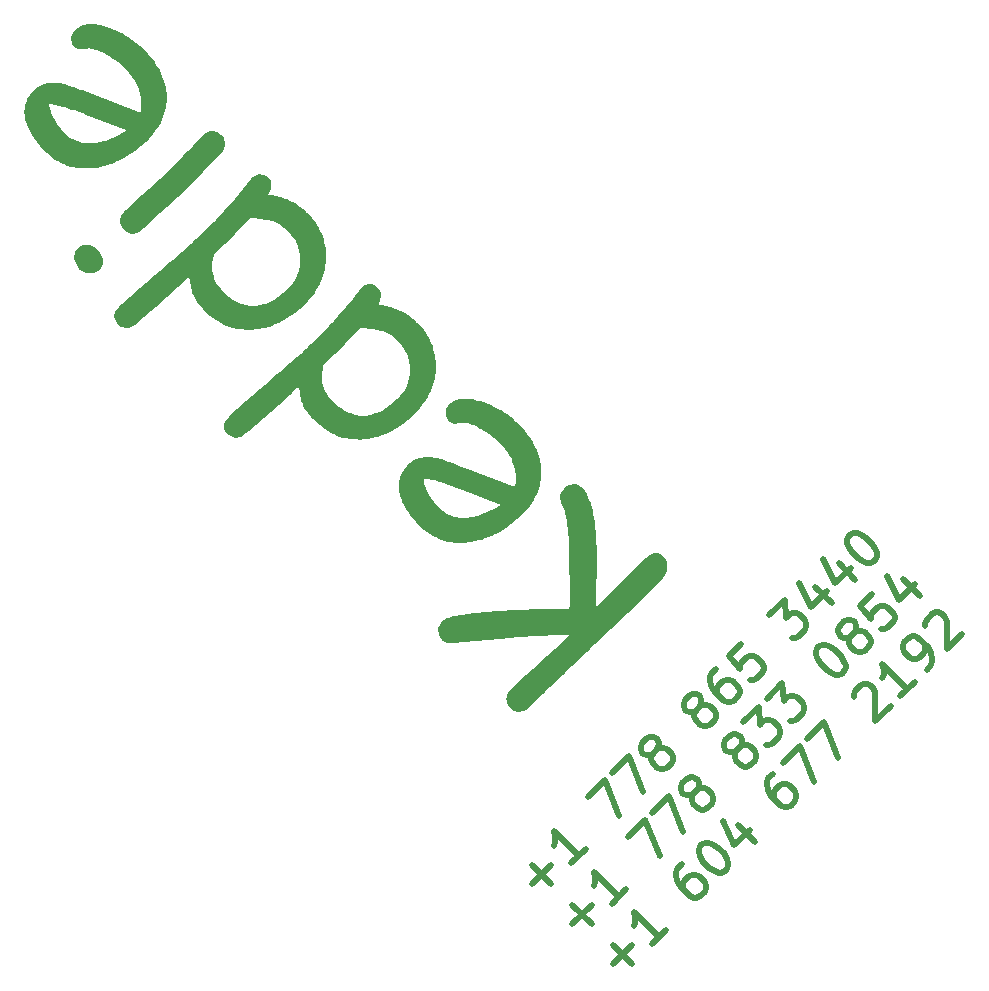
<source format=gto>
G04 #@! TF.GenerationSoftware,KiCad,Pcbnew,7.0.7*
G04 #@! TF.CreationDate,2023-09-12T20:46:13-07:00*
G04 #@! TF.ProjectId,baggage-label,62616767-6167-4652-9d6c-6162656c2e6b,rev?*
G04 #@! TF.SameCoordinates,Original*
G04 #@! TF.FileFunction,Legend,Top*
G04 #@! TF.FilePolarity,Positive*
%FSLAX46Y46*%
G04 Gerber Fmt 4.6, Leading zero omitted, Abs format (unit mm)*
G04 Created by KiCad (PCBNEW 7.0.7) date 2023-09-12 20:46:13*
%MOMM*%
%LPD*%
G01*
G04 APERTURE LIST*
%ADD10C,0.150000*%
%ADD11C,0.500000*%
G04 APERTURE END LIST*
D10*
G36*
X112611908Y-103514127D02*
G01*
X112755427Y-103674096D01*
X112890310Y-103858330D01*
X113016558Y-104066829D01*
X113134170Y-104299593D01*
X113243148Y-104556622D01*
X113343490Y-104837917D01*
X113390423Y-104987664D01*
X113435197Y-105143477D01*
X113477812Y-105305356D01*
X113518268Y-105473302D01*
X113556566Y-105647313D01*
X113592704Y-105827392D01*
X113626684Y-106013536D01*
X113658505Y-106205747D01*
X113688167Y-106404024D01*
X113715671Y-106608367D01*
X113741015Y-106818777D01*
X113764201Y-107035253D01*
X113785228Y-107257795D01*
X113804096Y-107486403D01*
X113820805Y-107721078D01*
X113835356Y-107961819D01*
X113847747Y-108208626D01*
X113857980Y-108461500D01*
X113866054Y-108720440D01*
X113871969Y-108985446D01*
X113819467Y-113685806D01*
X113929999Y-113575275D01*
X118061121Y-109460732D01*
X118206331Y-109327422D01*
X118349744Y-109219711D01*
X118491360Y-109137597D01*
X118677386Y-109067932D01*
X118860217Y-109043775D01*
X119039852Y-109065126D01*
X119216293Y-109131984D01*
X119389538Y-109244351D01*
X119517376Y-109358491D01*
X119641576Y-109501850D01*
X119737845Y-109655598D01*
X119806186Y-109819736D01*
X119846596Y-109994264D01*
X119859077Y-110179180D01*
X119843628Y-110374486D01*
X119829628Y-110455518D01*
X119790135Y-110620789D01*
X119737284Y-110778100D01*
X119671076Y-110927450D01*
X119591510Y-111068839D01*
X119498586Y-111202268D01*
X119392304Y-111327736D01*
X119346052Y-111375694D01*
X119229143Y-111492392D01*
X119108462Y-111612441D01*
X118984009Y-111735842D01*
X118855783Y-111862595D01*
X118723785Y-111992699D01*
X118588014Y-112126155D01*
X118448470Y-112262962D01*
X118305154Y-112403121D01*
X118158065Y-112546631D01*
X118007204Y-112693493D01*
X117852570Y-112843707D01*
X117694164Y-112997272D01*
X117531985Y-113154188D01*
X117366034Y-113314457D01*
X117196310Y-113478076D01*
X117022814Y-113645048D01*
X116845545Y-113815371D01*
X116664503Y-113989045D01*
X116479689Y-114166072D01*
X116291102Y-114346449D01*
X116098743Y-114530178D01*
X115902612Y-114717259D01*
X115702707Y-114907692D01*
X115499031Y-115101476D01*
X115291581Y-115298611D01*
X115080359Y-115499098D01*
X114865365Y-115702937D01*
X114646598Y-115910127D01*
X114424059Y-116120669D01*
X114197747Y-116334563D01*
X113967662Y-116551807D01*
X113733805Y-116772404D01*
X113499613Y-116992995D01*
X113269215Y-117210224D01*
X113042612Y-117424090D01*
X112819803Y-117634594D01*
X112600787Y-117841736D01*
X112385566Y-118045515D01*
X112174139Y-118245932D01*
X111966507Y-118442987D01*
X111762668Y-118636679D01*
X111562623Y-118827009D01*
X111366373Y-119013977D01*
X111173917Y-119197582D01*
X110985255Y-119377824D01*
X110800386Y-119554705D01*
X110619313Y-119728223D01*
X110442033Y-119898379D01*
X110268547Y-120065172D01*
X110098856Y-120228603D01*
X109932958Y-120388671D01*
X109770855Y-120545378D01*
X109612546Y-120698721D01*
X109458031Y-120848703D01*
X109307310Y-120995322D01*
X109160383Y-121138579D01*
X109017251Y-121278473D01*
X108877912Y-121415005D01*
X108742368Y-121548175D01*
X108610618Y-121677982D01*
X108482661Y-121804427D01*
X108358500Y-121927509D01*
X108238132Y-122047230D01*
X108121558Y-122163587D01*
X107990960Y-122278642D01*
X107852007Y-122370964D01*
X107704700Y-122440554D01*
X107549038Y-122487411D01*
X107385022Y-122511536D01*
X107328493Y-122514526D01*
X107161141Y-122508697D01*
X107003115Y-122478775D01*
X106854416Y-122424762D01*
X106715042Y-122346656D01*
X106584995Y-122244457D01*
X106543718Y-122205037D01*
X106430671Y-122075281D01*
X106342300Y-121936782D01*
X106278604Y-121789539D01*
X106239583Y-121633553D01*
X106225238Y-121468825D01*
X106225939Y-121411972D01*
X106242487Y-121245171D01*
X106281767Y-121086724D01*
X106343779Y-120936632D01*
X106428523Y-120794894D01*
X106536000Y-120661511D01*
X106576878Y-120618907D01*
X106728160Y-120469228D01*
X106896005Y-120306191D01*
X107017105Y-120190079D01*
X107145565Y-120068030D01*
X107281388Y-119940044D01*
X107424571Y-119806121D01*
X107575117Y-119666262D01*
X107733024Y-119520466D01*
X107898293Y-119368733D01*
X108070923Y-119211064D01*
X108250915Y-119047457D01*
X108438268Y-118877914D01*
X108632983Y-118702434D01*
X108835060Y-118521018D01*
X109044498Y-118333664D01*
X109247794Y-118153057D01*
X109444571Y-117977372D01*
X109634828Y-117806609D01*
X109818565Y-117640769D01*
X109995783Y-117479850D01*
X110166481Y-117323854D01*
X110330659Y-117172779D01*
X110488318Y-117026627D01*
X110639457Y-116885397D01*
X110784077Y-116749089D01*
X110922176Y-116617703D01*
X111053757Y-116491239D01*
X111178817Y-116369697D01*
X111297358Y-116253078D01*
X111409379Y-116141380D01*
X111514881Y-116034605D01*
X111253415Y-116033515D01*
X110985754Y-116034389D01*
X110711896Y-116037228D01*
X110431843Y-116042031D01*
X110145594Y-116048799D01*
X109853149Y-116057532D01*
X109554509Y-116068229D01*
X109249672Y-116080890D01*
X108938640Y-116095516D01*
X108780800Y-116103566D01*
X108621412Y-116112107D01*
X108460474Y-116121139D01*
X108297988Y-116130662D01*
X108133952Y-116140676D01*
X107968368Y-116151181D01*
X107801235Y-116162178D01*
X107632552Y-116173666D01*
X107462321Y-116185644D01*
X107290541Y-116198114D01*
X107117212Y-116211075D01*
X106942334Y-116224527D01*
X106765907Y-116238471D01*
X106587931Y-116252905D01*
X101674797Y-116706085D01*
X101499662Y-116712454D01*
X101336941Y-116700472D01*
X101158061Y-116661872D01*
X100997056Y-116596849D01*
X100853926Y-116505401D01*
X100768437Y-116429756D01*
X100663259Y-116307674D01*
X100579842Y-116173547D01*
X100518186Y-116027373D01*
X100478291Y-115869153D01*
X100460157Y-115698887D01*
X100458948Y-115639454D01*
X100470153Y-115462970D01*
X100505838Y-115296201D01*
X100566004Y-115139147D01*
X100650652Y-114991808D01*
X100759780Y-114854183D01*
X100801597Y-114810466D01*
X100934226Y-114713101D01*
X101133159Y-114619961D01*
X101302616Y-114560216D01*
X101501541Y-114502349D01*
X101729933Y-114446360D01*
X101987794Y-114392249D01*
X102275122Y-114340016D01*
X102429837Y-114314604D01*
X102591919Y-114289661D01*
X102761367Y-114265188D01*
X102938183Y-114241185D01*
X103122365Y-114217651D01*
X103313915Y-114194587D01*
X103512832Y-114171992D01*
X103719115Y-114149867D01*
X103932766Y-114128211D01*
X104153783Y-114107025D01*
X104382168Y-114086308D01*
X104617919Y-114066061D01*
X104861038Y-114046284D01*
X105111523Y-114026976D01*
X105369375Y-114008137D01*
X105634595Y-113989769D01*
X105818899Y-113978694D01*
X106003257Y-113967921D01*
X106187669Y-113957451D01*
X106372135Y-113947283D01*
X106556655Y-113937417D01*
X106741229Y-113927854D01*
X106925857Y-113918592D01*
X107110538Y-113909633D01*
X107295274Y-113900976D01*
X107480064Y-113892622D01*
X107664908Y-113884569D01*
X107849805Y-113876819D01*
X108034757Y-113869371D01*
X108219763Y-113862225D01*
X108404822Y-113855382D01*
X108589936Y-113848841D01*
X108775104Y-113842602D01*
X108960325Y-113836665D01*
X109145601Y-113831030D01*
X109330930Y-113825698D01*
X109516314Y-113820668D01*
X109701751Y-113815940D01*
X109887242Y-113811515D01*
X110072788Y-113807391D01*
X110258387Y-113803570D01*
X110444040Y-113800051D01*
X110629748Y-113796835D01*
X110815509Y-113793920D01*
X111001324Y-113791308D01*
X111187193Y-113788998D01*
X111373117Y-113786990D01*
X111559094Y-113785285D01*
X111565948Y-113536686D01*
X111571313Y-113273083D01*
X111575188Y-112994476D01*
X111577573Y-112700865D01*
X111578469Y-112392251D01*
X111578359Y-112232317D01*
X111577875Y-112068633D01*
X111577020Y-111901197D01*
X111575792Y-111730011D01*
X111574192Y-111555073D01*
X111572219Y-111376385D01*
X111569874Y-111193945D01*
X111567157Y-111007755D01*
X111564067Y-110817814D01*
X111560605Y-110624122D01*
X111556770Y-110426678D01*
X111552563Y-110225484D01*
X111547984Y-110020539D01*
X111543032Y-109811843D01*
X111537708Y-109599396D01*
X111532011Y-109383198D01*
X111525942Y-109163249D01*
X111519501Y-108939550D01*
X111512687Y-108712099D01*
X111505501Y-108480897D01*
X111497942Y-108245944D01*
X111490011Y-108007241D01*
X111368427Y-106498483D01*
X111341096Y-106302505D01*
X111306080Y-106109722D01*
X111263378Y-105920135D01*
X111212991Y-105733742D01*
X111154919Y-105550544D01*
X111089161Y-105370542D01*
X111015718Y-105193734D01*
X110934590Y-105020122D01*
X110866554Y-104868896D01*
X110802740Y-104673911D01*
X110769666Y-104486525D01*
X110767335Y-104306739D01*
X110795745Y-104134551D01*
X110854897Y-103969963D01*
X110944790Y-103812973D01*
X111065425Y-103663582D01*
X111100387Y-103627422D01*
X111224398Y-103519014D01*
X111361896Y-103428325D01*
X111512881Y-103355354D01*
X111677354Y-103300102D01*
X111777394Y-103276484D01*
X111959123Y-103255371D01*
X112129195Y-103264567D01*
X112287610Y-103304074D01*
X112434367Y-103373890D01*
X112569466Y-103474016D01*
X112611908Y-103514127D01*
G37*
G36*
X102947811Y-96009802D02*
G01*
X103154151Y-96031498D01*
X103369386Y-96066018D01*
X103593515Y-96113361D01*
X103826538Y-96173527D01*
X104068456Y-96246517D01*
X104319268Y-96332330D01*
X104535139Y-96413686D01*
X104746153Y-96498862D01*
X104952310Y-96587859D01*
X105153609Y-96680678D01*
X105350051Y-96777318D01*
X105541636Y-96877778D01*
X105728363Y-96982060D01*
X105910233Y-97090163D01*
X106087246Y-97202087D01*
X106259401Y-97317833D01*
X106426699Y-97437399D01*
X106589140Y-97560786D01*
X106746723Y-97687995D01*
X106899449Y-97819025D01*
X107047317Y-97953876D01*
X107190328Y-98092548D01*
X107403966Y-98313050D01*
X107605513Y-98535192D01*
X107794971Y-98758976D01*
X107972340Y-98984400D01*
X108137620Y-99211465D01*
X108290810Y-99440171D01*
X108431910Y-99670517D01*
X108560921Y-99902504D01*
X108677843Y-100136132D01*
X108782676Y-100371400D01*
X108875419Y-100608309D01*
X108956072Y-100846859D01*
X109024636Y-101087050D01*
X109081111Y-101328881D01*
X109125497Y-101572353D01*
X109157793Y-101817466D01*
X109177049Y-102085980D01*
X109180935Y-102351299D01*
X109169450Y-102613423D01*
X109142595Y-102872353D01*
X109100368Y-103128087D01*
X109042771Y-103380626D01*
X108969802Y-103629970D01*
X108881463Y-103876119D01*
X108777754Y-104119072D01*
X108658673Y-104358831D01*
X108524222Y-104595395D01*
X108374399Y-104828764D01*
X108209206Y-105058937D01*
X108028642Y-105285916D01*
X107832708Y-105509699D01*
X107621402Y-105730288D01*
X107494666Y-105855113D01*
X107367298Y-105976750D01*
X107239299Y-106095196D01*
X107110668Y-106210453D01*
X106981406Y-106322520D01*
X106851512Y-106431398D01*
X106720987Y-106537085D01*
X106589831Y-106639584D01*
X106458043Y-106738892D01*
X106325623Y-106835011D01*
X106192572Y-106927940D01*
X106058890Y-107017680D01*
X105924576Y-107104230D01*
X105789631Y-107187590D01*
X105654054Y-107267760D01*
X105517846Y-107344741D01*
X105243535Y-107489134D01*
X104966698Y-107620768D01*
X104687336Y-107739644D01*
X104405448Y-107845761D01*
X104121034Y-107939119D01*
X103834094Y-108019719D01*
X103544628Y-108087560D01*
X103252637Y-108142642D01*
X103093472Y-108167425D01*
X102935830Y-108187891D01*
X102779709Y-108204039D01*
X102472034Y-108223382D01*
X102170446Y-108225454D01*
X101874947Y-108210256D01*
X101585535Y-108177788D01*
X101302211Y-108128048D01*
X101024975Y-108061038D01*
X100753827Y-107976758D01*
X100488767Y-107875207D01*
X100229795Y-107756385D01*
X99976910Y-107620293D01*
X99730114Y-107466931D01*
X99489405Y-107296297D01*
X99254784Y-107108393D01*
X99026251Y-106903219D01*
X98914268Y-106794155D01*
X98756533Y-106632988D01*
X98605945Y-106472102D01*
X98462502Y-106311497D01*
X98326205Y-106151172D01*
X98197053Y-105991127D01*
X98075047Y-105831364D01*
X97960187Y-105671881D01*
X97852473Y-105512678D01*
X97751904Y-105353757D01*
X97658481Y-105195116D01*
X97572204Y-105036755D01*
X97493072Y-104878676D01*
X97421086Y-104720876D01*
X97356246Y-104563358D01*
X97298551Y-104406120D01*
X97248003Y-104249163D01*
X97196849Y-104057384D01*
X97158066Y-103868908D01*
X97131653Y-103683735D01*
X97117610Y-103501865D01*
X97115937Y-103323298D01*
X97126634Y-103148034D01*
X97149701Y-102976073D01*
X97185138Y-102807415D01*
X97201316Y-102751459D01*
X99209940Y-102751459D01*
X99225689Y-102907077D01*
X99250137Y-103062372D01*
X99283286Y-103217343D01*
X99325135Y-103371990D01*
X99375684Y-103526314D01*
X99434933Y-103680313D01*
X99502881Y-103833989D01*
X99579530Y-103987341D01*
X99664879Y-104140369D01*
X99758929Y-104293073D01*
X99861678Y-104445454D01*
X99973127Y-104597511D01*
X100093276Y-104749243D01*
X100222125Y-104900652D01*
X100359675Y-105051738D01*
X100505924Y-105202499D01*
X100625825Y-105317068D01*
X100748576Y-105423821D01*
X100874176Y-105522760D01*
X101002626Y-105613884D01*
X101200644Y-105735917D01*
X101405074Y-105840366D01*
X101615915Y-105927232D01*
X101833168Y-105996514D01*
X102056833Y-106048212D01*
X102286909Y-106082327D01*
X102443856Y-106095301D01*
X102603652Y-106100461D01*
X102766297Y-106097806D01*
X102931469Y-106087638D01*
X103099533Y-106069568D01*
X103270490Y-106043598D01*
X103444340Y-106009726D01*
X103621083Y-105967952D01*
X103800719Y-105918278D01*
X103983247Y-105860702D01*
X104168668Y-105795225D01*
X104356982Y-105721847D01*
X104548189Y-105640567D01*
X104742289Y-105551386D01*
X104939281Y-105454304D01*
X105139167Y-105349320D01*
X105341945Y-105236436D01*
X105547616Y-105115649D01*
X105756180Y-104986962D01*
X102318644Y-103655055D01*
X102067519Y-103560855D01*
X101823972Y-103471685D01*
X101588001Y-103387545D01*
X101359609Y-103308435D01*
X101138794Y-103234355D01*
X100925556Y-103165305D01*
X100719896Y-103101285D01*
X100521813Y-103042295D01*
X100331308Y-102988335D01*
X100148380Y-102939406D01*
X99973030Y-102895506D01*
X99805257Y-102856636D01*
X99645061Y-102822797D01*
X99418976Y-102781469D01*
X99209940Y-102751459D01*
X97201316Y-102751459D01*
X97232945Y-102642060D01*
X97293122Y-102480008D01*
X97365669Y-102321259D01*
X97450586Y-102165813D01*
X97547874Y-102013670D01*
X97657531Y-101864830D01*
X97779558Y-101719293D01*
X97913956Y-101577059D01*
X98068080Y-101438382D01*
X98235124Y-101317677D01*
X98415089Y-101214944D01*
X98607974Y-101130183D01*
X98813780Y-101063395D01*
X99032507Y-101014578D01*
X99264154Y-100983734D01*
X99425763Y-100973156D01*
X99593115Y-100970565D01*
X99766209Y-100975962D01*
X99945046Y-100989347D01*
X100129625Y-101010719D01*
X100224068Y-101024401D01*
X100403855Y-101065332D01*
X100562496Y-101108044D01*
X100741538Y-101161054D01*
X100940981Y-101224362D01*
X101160825Y-101297967D01*
X101318721Y-101352758D01*
X101485684Y-101412125D01*
X101661714Y-101476070D01*
X101846812Y-101544591D01*
X102040976Y-101617688D01*
X102244208Y-101695363D01*
X102456506Y-101777614D01*
X102677872Y-101864442D01*
X106949922Y-103527944D01*
X106979600Y-103330849D01*
X107000244Y-103135405D01*
X107011853Y-102941613D01*
X107014428Y-102749472D01*
X107007967Y-102558983D01*
X106992472Y-102370146D01*
X106967943Y-102182960D01*
X106934379Y-101997425D01*
X106891780Y-101813542D01*
X106840146Y-101631310D01*
X106800704Y-101510740D01*
X106732879Y-101331310D01*
X106655826Y-101153628D01*
X106569543Y-100977695D01*
X106474031Y-100803510D01*
X106369291Y-100631074D01*
X106255321Y-100460387D01*
X106132122Y-100291448D01*
X105999695Y-100124258D01*
X105858038Y-99958817D01*
X105707153Y-99795124D01*
X105601435Y-99686967D01*
X105461457Y-99553034D01*
X105309563Y-99419273D01*
X105187821Y-99319066D01*
X105059377Y-99218956D01*
X104924229Y-99118943D01*
X104782378Y-99019028D01*
X104633824Y-98919209D01*
X104478567Y-98819488D01*
X104316607Y-98719864D01*
X104147944Y-98620336D01*
X104004490Y-98539553D01*
X103864965Y-98465074D01*
X103663045Y-98365174D01*
X103469965Y-98279458D01*
X103285726Y-98207926D01*
X103110327Y-98150577D01*
X102943769Y-98107411D01*
X102786051Y-98078429D01*
X102589511Y-98061849D01*
X102408688Y-98070484D01*
X102324171Y-98084258D01*
X102163338Y-98111243D01*
X101978206Y-98125667D01*
X101810749Y-98118637D01*
X101633132Y-98081883D01*
X101480967Y-98014236D01*
X101354255Y-97915697D01*
X101248869Y-97789684D01*
X101169665Y-97648597D01*
X101116642Y-97492435D01*
X101089799Y-97321200D01*
X101086216Y-97216584D01*
X101096319Y-97059983D01*
X101133645Y-96890051D01*
X101198474Y-96733871D01*
X101290807Y-96591443D01*
X101373598Y-96498128D01*
X101490995Y-96391590D01*
X101617286Y-96297876D01*
X101752471Y-96216984D01*
X101896551Y-96148917D01*
X102049525Y-96093673D01*
X102211394Y-96051252D01*
X102382157Y-96021654D01*
X102561814Y-96004880D01*
X102750365Y-96000930D01*
X102947811Y-96009802D01*
G37*
G36*
X94840659Y-86342821D02*
G01*
X95004565Y-86388137D01*
X95156042Y-86459634D01*
X95295089Y-86557313D01*
X95368964Y-86624884D01*
X95474228Y-86752082D01*
X95549614Y-86893269D01*
X95595122Y-87048445D01*
X95610752Y-87217610D01*
X95596504Y-87400765D01*
X95552377Y-87597909D01*
X95499675Y-87754947D01*
X95430166Y-87919854D01*
X95374490Y-88034163D01*
X95555159Y-88063591D01*
X95733448Y-88096953D01*
X95909357Y-88134249D01*
X96082886Y-88175480D01*
X96254035Y-88220645D01*
X96422804Y-88269745D01*
X96589192Y-88322779D01*
X96753200Y-88379748D01*
X96914829Y-88440651D01*
X97074077Y-88505488D01*
X97178920Y-88550899D01*
X97334307Y-88622334D01*
X97486488Y-88698821D01*
X97635463Y-88780360D01*
X97781232Y-88866951D01*
X97923795Y-88958593D01*
X98063152Y-89055286D01*
X98199304Y-89157032D01*
X98332249Y-89263828D01*
X98461989Y-89375677D01*
X98588523Y-89492577D01*
X98671098Y-89573317D01*
X98865770Y-89776387D01*
X99047726Y-89983537D01*
X99216967Y-90194767D01*
X99373492Y-90410077D01*
X99517302Y-90629467D01*
X99648397Y-90852937D01*
X99766776Y-91080488D01*
X99872439Y-91312119D01*
X99965388Y-91547830D01*
X100045620Y-91787621D01*
X100113137Y-92031492D01*
X100167939Y-92279444D01*
X100210025Y-92531476D01*
X100239396Y-92787588D01*
X100256051Y-93047780D01*
X100259991Y-93312052D01*
X100251928Y-93583794D01*
X100230502Y-93851887D01*
X100195712Y-94116332D01*
X100147560Y-94377128D01*
X100086044Y-94634276D01*
X100011165Y-94887776D01*
X99922923Y-95137627D01*
X99821319Y-95383830D01*
X99706350Y-95626385D01*
X99578019Y-95865291D01*
X99436325Y-96100548D01*
X99281268Y-96332158D01*
X99112847Y-96560118D01*
X98931063Y-96784431D01*
X98735917Y-97005095D01*
X98527407Y-97222110D01*
X98396922Y-97350447D01*
X98265909Y-97475016D01*
X98134366Y-97595819D01*
X98002295Y-97712854D01*
X97869695Y-97826122D01*
X97736566Y-97935623D01*
X97602907Y-98041357D01*
X97468720Y-98143323D01*
X97334005Y-98241522D01*
X97198760Y-98335955D01*
X97062986Y-98426620D01*
X96926683Y-98513518D01*
X96789852Y-98596649D01*
X96652491Y-98676012D01*
X96514602Y-98751609D01*
X96237237Y-98891501D01*
X95957755Y-99016324D01*
X95676159Y-99126078D01*
X95392446Y-99220764D01*
X95106618Y-99300382D01*
X94818675Y-99364930D01*
X94528615Y-99414411D01*
X94236440Y-99448822D01*
X94089559Y-99460377D01*
X93797611Y-99472262D01*
X93510347Y-99469228D01*
X93227768Y-99451278D01*
X92949874Y-99418410D01*
X92676664Y-99370624D01*
X92408139Y-99307921D01*
X92144299Y-99230301D01*
X91885143Y-99137763D01*
X91630672Y-99030308D01*
X91380885Y-98907935D01*
X91135783Y-98770644D01*
X90895366Y-98618437D01*
X90659633Y-98451311D01*
X90428586Y-98269269D01*
X90202222Y-98072309D01*
X89980544Y-97860431D01*
X89870303Y-97748010D01*
X89715103Y-97581363D01*
X89572094Y-97417095D01*
X89441278Y-97255208D01*
X89322653Y-97095701D01*
X89216221Y-96938573D01*
X89121980Y-96783826D01*
X89039931Y-96631459D01*
X88970074Y-96481473D01*
X88912410Y-96333866D01*
X88866937Y-96188639D01*
X88673506Y-94923051D01*
X88465703Y-95117302D01*
X88261970Y-95307322D01*
X88062306Y-95493110D01*
X87866711Y-95674667D01*
X87675186Y-95851992D01*
X87487730Y-96025087D01*
X87304343Y-96193950D01*
X87125026Y-96358582D01*
X86949779Y-96518982D01*
X86778600Y-96675151D01*
X86611491Y-96827089D01*
X86448451Y-96974796D01*
X86289481Y-97118271D01*
X86134580Y-97257515D01*
X85983749Y-97392528D01*
X85836987Y-97523309D01*
X85694294Y-97649860D01*
X85555671Y-97772178D01*
X85421117Y-97890266D01*
X85290632Y-98004122D01*
X85164217Y-98113747D01*
X85041871Y-98219141D01*
X84809387Y-98417234D01*
X84593181Y-98598403D01*
X84393253Y-98762646D01*
X84209602Y-98909964D01*
X84042228Y-99040357D01*
X83896637Y-99139706D01*
X83754155Y-99218071D01*
X83569014Y-99289917D01*
X83389400Y-99324458D01*
X83215313Y-99321695D01*
X83046752Y-99281627D01*
X82883718Y-99204255D01*
X82726210Y-99089578D01*
X82649529Y-99018251D01*
X82529714Y-98885224D01*
X82435546Y-98751420D01*
X82349884Y-98571806D01*
X82309817Y-98390810D01*
X82315343Y-98208433D01*
X82366464Y-98024674D01*
X82463179Y-97839534D01*
X82565637Y-97699771D01*
X82693742Y-97559232D01*
X82839473Y-97415919D01*
X83007937Y-97254709D01*
X83199133Y-97075602D01*
X83413061Y-96878599D01*
X83649722Y-96663699D01*
X83776577Y-96549538D01*
X83909115Y-96430902D01*
X84047337Y-96307793D01*
X84191241Y-96180209D01*
X84340828Y-96048151D01*
X84496099Y-95911619D01*
X84657053Y-95770613D01*
X84823689Y-95625133D01*
X84996009Y-95475178D01*
X85174012Y-95320749D01*
X85357698Y-95161847D01*
X85547068Y-94998470D01*
X85742120Y-94830619D01*
X85942855Y-94658293D01*
X86149274Y-94481494D01*
X86361375Y-94300220D01*
X86579160Y-94114472D01*
X86655747Y-94049279D01*
X90597503Y-94049279D01*
X90598280Y-94257130D01*
X90614687Y-94461786D01*
X90646724Y-94663248D01*
X90668603Y-94762780D01*
X90723308Y-94958672D01*
X90793470Y-95151196D01*
X90879089Y-95340352D01*
X90953446Y-95480008D01*
X91036499Y-95617771D01*
X91128246Y-95753639D01*
X91228688Y-95887613D01*
X91337825Y-96019692D01*
X91455656Y-96149877D01*
X91539040Y-96235615D01*
X91702755Y-96393544D01*
X91867138Y-96540570D01*
X92032191Y-96676695D01*
X92197913Y-96801917D01*
X92364304Y-96916238D01*
X92531365Y-97019656D01*
X92699094Y-97112172D01*
X92867493Y-97193787D01*
X93036561Y-97264499D01*
X93206299Y-97324309D01*
X93376705Y-97373217D01*
X93547781Y-97411223D01*
X93719526Y-97438327D01*
X93891941Y-97454529D01*
X94065024Y-97459829D01*
X94238777Y-97454227D01*
X94412897Y-97438047D01*
X94587772Y-97410921D01*
X94763403Y-97372850D01*
X94939790Y-97323834D01*
X95116932Y-97263873D01*
X95294830Y-97192966D01*
X95473483Y-97111115D01*
X95652892Y-97018318D01*
X95833056Y-96914575D01*
X96013977Y-96799888D01*
X96195652Y-96674255D01*
X96378084Y-96537677D01*
X96561270Y-96390154D01*
X96745213Y-96231686D01*
X96929911Y-96062272D01*
X97115364Y-95881914D01*
X97231401Y-95760329D01*
X97339796Y-95635290D01*
X97440548Y-95506797D01*
X97533658Y-95374850D01*
X97619126Y-95239448D01*
X97696951Y-95100593D01*
X97767134Y-94958283D01*
X97829676Y-94812520D01*
X97884574Y-94663302D01*
X97931831Y-94510630D01*
X97971445Y-94354504D01*
X98003418Y-94194924D01*
X98027747Y-94031889D01*
X98044435Y-93865401D01*
X98053481Y-93695459D01*
X98054884Y-93522062D01*
X98048483Y-93348352D01*
X98034807Y-93178162D01*
X98013855Y-93011490D01*
X97985629Y-92848337D01*
X97950127Y-92688703D01*
X97907350Y-92532587D01*
X97857298Y-92379991D01*
X97799970Y-92230914D01*
X97735367Y-92085355D01*
X97663489Y-91943315D01*
X97584336Y-91804795D01*
X97497908Y-91669793D01*
X97404204Y-91538310D01*
X97303225Y-91410345D01*
X97194971Y-91285900D01*
X97079442Y-91164974D01*
X96956429Y-91045993D01*
X96832980Y-90934638D01*
X96709093Y-90830909D01*
X96584769Y-90734807D01*
X96418324Y-90618533D01*
X96251102Y-90515816D01*
X96083102Y-90426656D01*
X95914325Y-90351054D01*
X95744771Y-90289010D01*
X95571461Y-90241732D01*
X95390228Y-90202927D01*
X95221149Y-90172272D01*
X95030655Y-90141962D01*
X94873730Y-90119456D01*
X94704759Y-90097145D01*
X94523742Y-90075027D01*
X94330678Y-90053105D01*
X94263647Y-90045840D01*
X94100181Y-90037550D01*
X93943510Y-90040875D01*
X93810467Y-90051367D01*
X92547642Y-91358404D01*
X91677205Y-92212261D01*
X90787425Y-93074409D01*
X90733792Y-93241380D01*
X90688950Y-93406554D01*
X90652901Y-93569931D01*
X90625643Y-93731511D01*
X90607177Y-93891293D01*
X90597503Y-94049279D01*
X86655747Y-94049279D01*
X86802628Y-93924251D01*
X87031779Y-93729554D01*
X87266613Y-93530384D01*
X87507130Y-93326740D01*
X87753330Y-93118621D01*
X87906682Y-92988023D01*
X88059321Y-92856670D01*
X88211248Y-92724561D01*
X88362463Y-92591696D01*
X88512965Y-92458076D01*
X88662755Y-92323700D01*
X88811833Y-92188568D01*
X88960198Y-92052681D01*
X89107850Y-91916039D01*
X89254791Y-91778640D01*
X89401019Y-91640487D01*
X89546534Y-91501577D01*
X89691337Y-91361912D01*
X89835428Y-91221492D01*
X89978806Y-91080315D01*
X90121471Y-90938384D01*
X90280968Y-90778418D01*
X90437534Y-90620443D01*
X90591169Y-90464460D01*
X90741874Y-90310469D01*
X90889648Y-90158469D01*
X91034491Y-90008460D01*
X91176404Y-89860443D01*
X91315386Y-89714418D01*
X91451438Y-89570384D01*
X91584559Y-89428341D01*
X91714750Y-89288291D01*
X91842010Y-89150231D01*
X91966339Y-89014163D01*
X92087737Y-88880087D01*
X92206206Y-88748002D01*
X92321743Y-88617909D01*
X92434350Y-88489807D01*
X92544026Y-88363697D01*
X92650772Y-88239578D01*
X92754587Y-88117451D01*
X92855471Y-87997315D01*
X93048448Y-87763018D01*
X93229703Y-87536687D01*
X93399235Y-87318322D01*
X93557045Y-87107923D01*
X93703133Y-86905491D01*
X93771781Y-86807262D01*
X93874581Y-86681389D01*
X93934815Y-86616594D01*
X94054759Y-86511999D01*
X94204517Y-86418949D01*
X94364852Y-86357104D01*
X94535766Y-86326465D01*
X94664324Y-86323685D01*
X94840659Y-86342821D01*
G37*
G36*
X85544944Y-77047105D02*
G01*
X85708850Y-77092421D01*
X85860326Y-77163919D01*
X85999373Y-77261598D01*
X86073248Y-77329169D01*
X86178512Y-77456366D01*
X86253898Y-77597553D01*
X86299406Y-77752730D01*
X86315036Y-77921895D01*
X86300788Y-78105049D01*
X86256662Y-78302193D01*
X86203959Y-78459231D01*
X86134451Y-78624138D01*
X86078775Y-78738448D01*
X86259444Y-78767875D01*
X86437733Y-78801237D01*
X86613642Y-78838533D01*
X86787171Y-78879764D01*
X86958319Y-78924930D01*
X87127088Y-78974029D01*
X87293476Y-79027063D01*
X87457485Y-79084032D01*
X87619113Y-79144935D01*
X87778361Y-79209773D01*
X87883205Y-79255183D01*
X88038591Y-79326619D01*
X88190772Y-79403106D01*
X88339747Y-79484645D01*
X88485516Y-79571235D01*
X88628079Y-79662877D01*
X88767437Y-79759571D01*
X88903588Y-79861316D01*
X89036534Y-79968113D01*
X89166274Y-80079961D01*
X89292808Y-80196862D01*
X89375383Y-80277602D01*
X89570054Y-80480671D01*
X89752011Y-80687821D01*
X89921252Y-80899051D01*
X90077777Y-81114361D01*
X90221587Y-81333751D01*
X90352681Y-81557222D01*
X90471060Y-81784773D01*
X90576724Y-82016403D01*
X90669672Y-82252114D01*
X90749905Y-82491906D01*
X90817422Y-82735777D01*
X90872223Y-82983728D01*
X90914310Y-83235760D01*
X90943680Y-83491872D01*
X90960336Y-83752064D01*
X90964276Y-84016336D01*
X90956212Y-84288078D01*
X90934786Y-84556171D01*
X90899997Y-84820616D01*
X90851844Y-85081413D01*
X90790329Y-85338561D01*
X90715450Y-85592061D01*
X90627208Y-85841912D01*
X90525603Y-86088115D01*
X90410635Y-86330669D01*
X90282304Y-86569575D01*
X90140609Y-86804833D01*
X89985552Y-87036442D01*
X89817132Y-87264403D01*
X89635348Y-87488715D01*
X89440201Y-87709379D01*
X89231691Y-87926395D01*
X89101207Y-88054732D01*
X88970193Y-88179301D01*
X88838651Y-88300103D01*
X88706579Y-88417138D01*
X88573979Y-88530406D01*
X88440850Y-88639907D01*
X88307192Y-88745641D01*
X88173005Y-88847608D01*
X88038289Y-88945807D01*
X87903044Y-89040239D01*
X87767270Y-89130904D01*
X87630968Y-89217802D01*
X87494136Y-89300933D01*
X87356776Y-89380297D01*
X87218886Y-89455893D01*
X86941521Y-89595785D01*
X86662040Y-89720608D01*
X86380443Y-89830363D01*
X86096731Y-89925049D01*
X85810903Y-90004666D01*
X85522959Y-90069215D01*
X85232900Y-90118695D01*
X84940725Y-90153107D01*
X84793844Y-90164662D01*
X84501895Y-90176546D01*
X84214632Y-90173513D01*
X83932053Y-90155562D01*
X83654158Y-90122694D01*
X83380949Y-90074909D01*
X83112424Y-90012206D01*
X82848583Y-89934585D01*
X82589427Y-89842047D01*
X82334956Y-89734592D01*
X82085170Y-89612219D01*
X81840068Y-89474929D01*
X81599650Y-89322721D01*
X81363918Y-89155596D01*
X81132870Y-88973553D01*
X80906507Y-88776593D01*
X80684828Y-88564715D01*
X80574588Y-88452295D01*
X80419387Y-88285647D01*
X80276379Y-88121380D01*
X80145562Y-87959492D01*
X80026938Y-87799985D01*
X79920505Y-87642858D01*
X79826264Y-87488111D01*
X79744216Y-87335744D01*
X79674359Y-87185757D01*
X79616694Y-87038150D01*
X79571221Y-86892924D01*
X79377791Y-85627336D01*
X79169988Y-85821586D01*
X78966254Y-86011606D01*
X78766590Y-86197394D01*
X78570996Y-86378951D01*
X78379470Y-86556277D01*
X78192014Y-86729371D01*
X78008628Y-86898234D01*
X77829311Y-87062866D01*
X77654063Y-87223267D01*
X77482885Y-87379436D01*
X77315776Y-87531374D01*
X77152736Y-87679080D01*
X76993766Y-87822556D01*
X76838865Y-87961800D01*
X76688033Y-88096812D01*
X76541271Y-88227594D01*
X76398578Y-88354144D01*
X76259955Y-88476463D01*
X76125401Y-88594550D01*
X75994916Y-88708407D01*
X75868501Y-88818032D01*
X75746155Y-88923425D01*
X75513672Y-89121519D01*
X75297466Y-89302687D01*
X75097537Y-89466930D01*
X74913886Y-89614248D01*
X74746513Y-89744641D01*
X74600922Y-89843990D01*
X74458439Y-89922356D01*
X74273299Y-89994201D01*
X74093685Y-90028742D01*
X73919597Y-90025979D01*
X73751037Y-89985911D01*
X73588002Y-89908539D01*
X73430495Y-89793862D01*
X73353813Y-89722535D01*
X73233999Y-89589508D01*
X73139831Y-89455705D01*
X73054169Y-89276091D01*
X73014101Y-89095095D01*
X73019628Y-88912718D01*
X73070749Y-88728959D01*
X73167464Y-88543818D01*
X73269922Y-88404056D01*
X73398026Y-88263517D01*
X73543757Y-88120203D01*
X73712221Y-87958993D01*
X73903417Y-87779886D01*
X74117346Y-87582883D01*
X74354006Y-87367983D01*
X74480862Y-87253822D01*
X74613400Y-87135187D01*
X74751621Y-87012077D01*
X74895525Y-86884493D01*
X75045113Y-86752436D01*
X75200383Y-86615904D01*
X75361337Y-86474897D01*
X75527974Y-86329417D01*
X75700294Y-86179463D01*
X75878297Y-86025034D01*
X76061983Y-85866131D01*
X76251352Y-85702754D01*
X76446404Y-85534903D01*
X76647140Y-85362578D01*
X76853558Y-85185778D01*
X77065660Y-85004505D01*
X77283444Y-84818757D01*
X77360032Y-84753563D01*
X81301787Y-84753563D01*
X81302564Y-84961415D01*
X81318971Y-85166071D01*
X81351008Y-85367532D01*
X81372888Y-85467065D01*
X81427592Y-85662956D01*
X81497754Y-85855480D01*
X81583373Y-86044636D01*
X81657731Y-86184293D01*
X81740783Y-86322055D01*
X81832531Y-86457924D01*
X81932973Y-86591897D01*
X82042109Y-86723977D01*
X82159940Y-86854162D01*
X82243325Y-86939900D01*
X82407039Y-87097828D01*
X82571423Y-87244855D01*
X82736475Y-87380979D01*
X82902197Y-87506202D01*
X83068589Y-87620522D01*
X83235649Y-87723941D01*
X83403379Y-87816457D01*
X83571778Y-87898071D01*
X83740846Y-87968783D01*
X83910583Y-88028594D01*
X84080990Y-88077502D01*
X84252066Y-88115508D01*
X84423811Y-88142612D01*
X84596225Y-88158814D01*
X84769309Y-88164114D01*
X84943062Y-88158511D01*
X85117181Y-88142331D01*
X85292057Y-88115206D01*
X85467688Y-88077135D01*
X85644074Y-88028119D01*
X85821216Y-87968157D01*
X85999114Y-87897251D01*
X86177768Y-87815399D01*
X86357176Y-87722602D01*
X86537341Y-87618860D01*
X86718261Y-87504172D01*
X86899937Y-87378540D01*
X87082368Y-87241962D01*
X87265555Y-87094439D01*
X87449497Y-86935970D01*
X87634195Y-86766557D01*
X87819649Y-86586198D01*
X87935686Y-86464613D01*
X88044080Y-86339574D01*
X88144832Y-86211081D01*
X88237942Y-86079134D01*
X88323410Y-85943733D01*
X88401236Y-85804877D01*
X88471419Y-85662568D01*
X88533960Y-85516804D01*
X88588859Y-85367586D01*
X88636115Y-85214914D01*
X88675730Y-85058788D01*
X88707702Y-84899208D01*
X88732032Y-84736174D01*
X88748720Y-84569686D01*
X88757765Y-84399743D01*
X88759168Y-84226346D01*
X88752767Y-84052637D01*
X88739091Y-83882446D01*
X88718140Y-83715774D01*
X88689913Y-83552621D01*
X88654411Y-83392987D01*
X88611634Y-83236872D01*
X88561582Y-83084276D01*
X88504255Y-82935198D01*
X88439652Y-82789639D01*
X88367774Y-82647600D01*
X88288621Y-82509079D01*
X88202192Y-82374077D01*
X88108489Y-82242594D01*
X88007510Y-82114630D01*
X87899255Y-81990184D01*
X87783726Y-81869258D01*
X87660714Y-81750277D01*
X87537264Y-81638923D01*
X87413377Y-81535194D01*
X87289054Y-81439091D01*
X87122608Y-81322817D01*
X86955386Y-81220100D01*
X86787387Y-81130941D01*
X86618610Y-81055339D01*
X86449056Y-80993294D01*
X86275746Y-80946016D01*
X86094513Y-80907211D01*
X85925434Y-80876556D01*
X85734939Y-80846246D01*
X85578014Y-80823740D01*
X85409043Y-80801429D01*
X85228026Y-80779312D01*
X85034963Y-80757389D01*
X84967931Y-80750125D01*
X84804465Y-80741835D01*
X84647794Y-80745159D01*
X84514751Y-80755651D01*
X83251927Y-82062689D01*
X82381490Y-82916546D01*
X81491709Y-83778693D01*
X81438076Y-83945664D01*
X81393235Y-84110839D01*
X81357185Y-84274216D01*
X81329927Y-84435795D01*
X81311461Y-84595578D01*
X81301787Y-84753563D01*
X77360032Y-84753563D01*
X77506912Y-84628535D01*
X77736063Y-84433839D01*
X77970897Y-84234669D01*
X78211414Y-84031024D01*
X78457614Y-83822906D01*
X78610966Y-83692308D01*
X78763606Y-83560954D01*
X78915533Y-83428845D01*
X79066748Y-83295980D01*
X79217250Y-83162360D01*
X79367040Y-83027984D01*
X79516117Y-82892853D01*
X79664482Y-82756966D01*
X79812135Y-82620323D01*
X79959075Y-82482925D01*
X80105303Y-82344771D01*
X80250818Y-82205862D01*
X80395621Y-82066197D01*
X80539712Y-81925776D01*
X80683090Y-81784600D01*
X80825756Y-81642668D01*
X80985252Y-81482702D01*
X81141818Y-81324728D01*
X81295454Y-81168745D01*
X81446158Y-81014753D01*
X81593932Y-80862753D01*
X81738776Y-80712745D01*
X81880689Y-80564728D01*
X82019671Y-80418702D01*
X82155723Y-80274668D01*
X82288844Y-80132626D01*
X82419034Y-79992575D01*
X82546294Y-79854516D01*
X82670623Y-79718448D01*
X82792022Y-79584371D01*
X82910490Y-79452287D01*
X83026027Y-79322193D01*
X83138634Y-79194091D01*
X83248311Y-79067981D01*
X83355056Y-78943862D01*
X83458871Y-78821735D01*
X83559756Y-78701599D01*
X83752733Y-78467302D01*
X83933988Y-78240971D01*
X84103520Y-78022607D01*
X84261330Y-77812208D01*
X84407417Y-77609775D01*
X84476065Y-77511546D01*
X84578866Y-77385673D01*
X84639099Y-77320879D01*
X84759044Y-77216284D01*
X84908801Y-77123233D01*
X85069137Y-77061388D01*
X85240051Y-77030749D01*
X85368609Y-77027970D01*
X85544944Y-77047105D01*
G37*
G36*
X71635045Y-83405649D02*
G01*
X71743526Y-83525463D01*
X71835816Y-83651754D01*
X71925191Y-83811853D01*
X71991251Y-83981277D01*
X72033996Y-84160027D01*
X72049539Y-84284376D01*
X72050187Y-84467789D01*
X72025188Y-84638768D01*
X71974542Y-84797312D01*
X71898249Y-84943421D01*
X71796309Y-85077095D01*
X71756630Y-85118890D01*
X71627198Y-85229281D01*
X71485525Y-85313832D01*
X71331612Y-85372541D01*
X71165458Y-85405409D01*
X70987064Y-85412436D01*
X70924879Y-85409036D01*
X70769296Y-85388783D01*
X70591322Y-85342930D01*
X70422870Y-85273567D01*
X70263937Y-85180694D01*
X70138766Y-85085342D01*
X70043389Y-84997305D01*
X69935111Y-84877558D01*
X69827083Y-84725490D01*
X69742954Y-84564291D01*
X69682723Y-84393960D01*
X69646390Y-84214497D01*
X69637185Y-84121341D01*
X69636537Y-83939806D01*
X69661537Y-83770317D01*
X69712183Y-83612874D01*
X69788475Y-83467477D01*
X69890415Y-83334127D01*
X69930094Y-83292354D01*
X70059526Y-83181768D01*
X70201199Y-83096635D01*
X70355112Y-83036954D01*
X70521266Y-83002726D01*
X70699660Y-82993950D01*
X70761845Y-82996681D01*
X70944935Y-83022004D01*
X71119087Y-83071031D01*
X71284302Y-83143762D01*
X71440579Y-83240196D01*
X71563982Y-83338666D01*
X71635045Y-83405649D01*
G37*
G36*
X77736395Y-76602423D02*
G01*
X77861520Y-76476520D01*
X78000635Y-76335074D01*
X78114151Y-76218789D01*
X78235536Y-76093761D01*
X78364790Y-75959990D01*
X78501913Y-75817475D01*
X78646905Y-75666217D01*
X78799766Y-75506216D01*
X78960496Y-75337472D01*
X79072021Y-75220118D01*
X79129094Y-75159984D01*
X79242044Y-75040342D01*
X79351539Y-74924586D01*
X79509306Y-74758238D01*
X79659301Y-74600633D01*
X79801524Y-74451772D01*
X79935976Y-74311653D01*
X80062655Y-74180278D01*
X80181563Y-74057646D01*
X80292700Y-73943758D01*
X80428792Y-73805507D01*
X80521794Y-73712019D01*
X80655274Y-73593305D01*
X80794583Y-73498296D01*
X80939720Y-73426990D01*
X81090687Y-73379388D01*
X81247482Y-73355489D01*
X81301042Y-73352791D01*
X81459586Y-73361081D01*
X81636696Y-73402185D01*
X81781769Y-73464359D01*
X81920624Y-73551403D01*
X82053262Y-73663316D01*
X82074764Y-73684386D01*
X82187260Y-73812426D01*
X82276053Y-73947849D01*
X82341141Y-74090655D01*
X82387119Y-74266593D01*
X82400849Y-74425396D01*
X82400833Y-74452581D01*
X82385775Y-74612259D01*
X82346819Y-74765913D01*
X82283965Y-74913544D01*
X82197212Y-75055152D01*
X82086562Y-75190737D01*
X82044368Y-75234593D01*
X81918638Y-75361186D01*
X81779092Y-75503323D01*
X81665365Y-75620126D01*
X81543867Y-75745673D01*
X81414596Y-75879962D01*
X81277554Y-76022995D01*
X81132740Y-76174771D01*
X80980155Y-76335290D01*
X80819798Y-76504553D01*
X80708575Y-76622252D01*
X80651668Y-76682558D01*
X80538730Y-76802189D01*
X80429267Y-76917913D01*
X80271589Y-77084172D01*
X80121732Y-77241639D01*
X79979695Y-77390315D01*
X79845478Y-77530198D01*
X79719082Y-77661290D01*
X79600506Y-77783590D01*
X79489750Y-77897098D01*
X79354241Y-78034766D01*
X79261732Y-78127760D01*
X79118449Y-78269684D01*
X78967345Y-78416708D01*
X78808420Y-78568832D01*
X78641676Y-78726056D01*
X78526168Y-78833706D01*
X78407184Y-78943622D01*
X78284725Y-79055805D01*
X78158790Y-79170255D01*
X78029380Y-79286972D01*
X77896493Y-79405956D01*
X77760131Y-79527206D01*
X77620294Y-79650723D01*
X77476980Y-79776507D01*
X77330191Y-79904557D01*
X77183067Y-80032273D01*
X77039441Y-80157744D01*
X76899312Y-80280969D01*
X76762680Y-80401950D01*
X76629545Y-80520685D01*
X76499908Y-80637175D01*
X76373768Y-80751420D01*
X76251125Y-80863420D01*
X76131980Y-80973174D01*
X76016332Y-81080683D01*
X75849417Y-81237738D01*
X75690371Y-81389740D01*
X75539194Y-81536691D01*
X75395886Y-81678591D01*
X75259492Y-81800025D01*
X75117657Y-81896977D01*
X74970383Y-81969449D01*
X74817667Y-82017440D01*
X74659512Y-82040949D01*
X74605585Y-82043345D01*
X74445551Y-82033566D01*
X74268177Y-81992198D01*
X74124140Y-81931060D01*
X73987487Y-81846218D01*
X73858217Y-81737672D01*
X73837390Y-81717277D01*
X73724051Y-81588395D01*
X73634806Y-81452519D01*
X73569652Y-81309648D01*
X73524090Y-81134125D01*
X73511138Y-80976099D01*
X73511321Y-80949082D01*
X73525731Y-80788174D01*
X73564817Y-80632901D01*
X73628577Y-80483262D01*
X73717014Y-80339258D01*
X73830125Y-80200888D01*
X73873312Y-80156017D01*
X74016596Y-80014093D01*
X74167700Y-79867069D01*
X74326624Y-79714945D01*
X74493369Y-79557721D01*
X74608877Y-79450071D01*
X74727860Y-79340155D01*
X74850320Y-79227971D01*
X74976255Y-79113522D01*
X75105665Y-78996805D01*
X75238551Y-78877821D01*
X75374913Y-78756571D01*
X75514751Y-78633054D01*
X75658065Y-78507270D01*
X75804854Y-78379220D01*
X75951643Y-78251169D01*
X76094956Y-78125385D01*
X76234794Y-78001868D01*
X76371156Y-77880618D01*
X76504042Y-77761635D01*
X76633453Y-77644918D01*
X76759388Y-77530468D01*
X76881847Y-77418285D01*
X77000830Y-77308368D01*
X77116338Y-77200719D01*
X77283083Y-77043494D01*
X77442007Y-76891370D01*
X77593111Y-76744346D01*
X77736395Y-76602423D01*
G37*
G36*
X71247321Y-64309312D02*
G01*
X71453661Y-64331008D01*
X71668896Y-64365528D01*
X71893025Y-64412871D01*
X72126048Y-64473037D01*
X72367966Y-64546027D01*
X72618778Y-64631840D01*
X72834649Y-64713195D01*
X73045663Y-64798372D01*
X73251820Y-64887369D01*
X73453119Y-64980188D01*
X73649561Y-65076827D01*
X73841146Y-65177288D01*
X74027873Y-65281570D01*
X74209743Y-65389673D01*
X74386756Y-65501597D01*
X74558911Y-65617343D01*
X74726209Y-65736909D01*
X74888650Y-65860296D01*
X75046233Y-65987505D01*
X75198959Y-66118535D01*
X75346827Y-66253385D01*
X75489838Y-66392057D01*
X75703475Y-66612560D01*
X75905023Y-66834702D01*
X76094481Y-67058486D01*
X76271850Y-67283910D01*
X76437130Y-67510975D01*
X76590320Y-67739681D01*
X76731420Y-67970027D01*
X76860431Y-68202014D01*
X76977353Y-68435642D01*
X77082186Y-68670910D01*
X77174929Y-68907819D01*
X77255582Y-69146369D01*
X77324146Y-69386560D01*
X77380621Y-69628391D01*
X77425007Y-69871863D01*
X77457303Y-70116976D01*
X77476559Y-70385490D01*
X77480445Y-70650809D01*
X77468960Y-70912933D01*
X77442104Y-71171862D01*
X77399878Y-71427597D01*
X77342280Y-71680136D01*
X77269312Y-71929479D01*
X77180973Y-72175628D01*
X77077263Y-72418582D01*
X76958183Y-72658341D01*
X76823731Y-72894905D01*
X76673909Y-73128273D01*
X76508716Y-73358447D01*
X76328152Y-73585426D01*
X76132217Y-73809209D01*
X75920912Y-74029798D01*
X75794176Y-74154623D01*
X75666808Y-74276259D01*
X75538809Y-74394706D01*
X75410178Y-74509963D01*
X75280916Y-74622030D01*
X75151022Y-74730907D01*
X75020497Y-74836595D01*
X74889340Y-74939093D01*
X74757552Y-75038402D01*
X74625133Y-75134521D01*
X74492082Y-75227450D01*
X74358400Y-75317190D01*
X74224086Y-75403739D01*
X74089141Y-75487100D01*
X73953564Y-75567270D01*
X73817356Y-75644251D01*
X73543045Y-75788644D01*
X73266208Y-75920278D01*
X72986846Y-76039154D01*
X72704958Y-76145271D01*
X72420544Y-76238629D01*
X72133604Y-76319228D01*
X71844138Y-76387069D01*
X71552147Y-76442152D01*
X71392982Y-76466935D01*
X71235340Y-76487401D01*
X71079219Y-76503549D01*
X70771544Y-76522892D01*
X70469956Y-76524964D01*
X70174457Y-76509766D01*
X69885045Y-76477297D01*
X69601721Y-76427558D01*
X69324485Y-76360548D01*
X69053337Y-76276268D01*
X68788277Y-76174717D01*
X68529305Y-76055895D01*
X68276420Y-75919803D01*
X68029624Y-75766440D01*
X67788915Y-75595807D01*
X67554294Y-75407903D01*
X67325761Y-75202729D01*
X67213778Y-75093665D01*
X67056043Y-74932498D01*
X66905455Y-74771612D01*
X66762012Y-74611006D01*
X66625715Y-74450682D01*
X66496563Y-74290637D01*
X66374557Y-74130874D01*
X66259697Y-73971391D01*
X66151983Y-73812188D01*
X66051414Y-73653267D01*
X65957991Y-73494626D01*
X65871713Y-73336265D01*
X65792582Y-73178185D01*
X65720596Y-73020386D01*
X65655756Y-72862868D01*
X65598061Y-72705630D01*
X65547512Y-72548673D01*
X65496359Y-72356894D01*
X65457576Y-72168418D01*
X65431163Y-71983245D01*
X65417120Y-71801375D01*
X65415446Y-71622808D01*
X65426143Y-71447544D01*
X65449210Y-71275583D01*
X65484647Y-71106925D01*
X65500825Y-71050968D01*
X67509450Y-71050968D01*
X67525199Y-71206587D01*
X67549647Y-71361882D01*
X67582796Y-71516853D01*
X67624645Y-71671500D01*
X67675194Y-71825824D01*
X67734442Y-71979823D01*
X67802391Y-72133499D01*
X67879040Y-72286851D01*
X67964389Y-72439879D01*
X68058438Y-72592583D01*
X68161188Y-72744964D01*
X68272637Y-72897020D01*
X68392786Y-73048753D01*
X68521635Y-73200162D01*
X68659185Y-73351247D01*
X68805434Y-73502009D01*
X68925335Y-73616577D01*
X69048086Y-73723331D01*
X69173686Y-73822270D01*
X69302136Y-73913394D01*
X69500154Y-74035427D01*
X69704584Y-74139876D01*
X69915425Y-74226742D01*
X70132678Y-74296024D01*
X70356343Y-74347722D01*
X70586419Y-74381837D01*
X70743366Y-74394811D01*
X70903162Y-74399971D01*
X71065807Y-74397315D01*
X71230979Y-74387147D01*
X71399043Y-74369078D01*
X71570000Y-74343107D01*
X71743850Y-74309236D01*
X71920593Y-74267462D01*
X72100228Y-74217788D01*
X72282757Y-74160212D01*
X72468178Y-74094735D01*
X72656492Y-74021357D01*
X72847699Y-73940077D01*
X73041799Y-73850896D01*
X73238791Y-73753814D01*
X73438677Y-73648830D01*
X73641455Y-73535945D01*
X73847126Y-73415159D01*
X74055690Y-73286472D01*
X70618154Y-71954565D01*
X70367029Y-71860365D01*
X70123481Y-71771195D01*
X69887511Y-71687055D01*
X69659119Y-71607945D01*
X69438304Y-71533865D01*
X69225066Y-71464815D01*
X69019406Y-71400795D01*
X68821323Y-71341805D01*
X68630818Y-71287845D01*
X68447890Y-71238915D01*
X68272540Y-71195016D01*
X68104767Y-71156146D01*
X67944571Y-71122307D01*
X67718486Y-71080979D01*
X67509450Y-71050968D01*
X65500825Y-71050968D01*
X65532455Y-70941570D01*
X65592632Y-70779518D01*
X65665179Y-70620769D01*
X65750096Y-70465323D01*
X65847384Y-70313180D01*
X65957041Y-70164340D01*
X66079068Y-70018803D01*
X66213466Y-69876569D01*
X66367590Y-69737892D01*
X66534634Y-69617187D01*
X66714599Y-69514454D01*
X66907484Y-69429693D01*
X67113290Y-69362904D01*
X67332016Y-69314088D01*
X67563663Y-69283244D01*
X67725273Y-69272666D01*
X67892625Y-69270075D01*
X68065719Y-69275472D01*
X68244556Y-69288857D01*
X68429135Y-69310229D01*
X68523578Y-69323911D01*
X68703365Y-69364842D01*
X68862006Y-69407554D01*
X69041048Y-69460564D01*
X69240491Y-69523872D01*
X69460334Y-69597477D01*
X69618231Y-69652268D01*
X69785194Y-69711635D01*
X69961224Y-69775579D01*
X70146322Y-69844100D01*
X70340486Y-69917198D01*
X70543718Y-69994873D01*
X70756016Y-70077124D01*
X70977382Y-70163952D01*
X75249432Y-71827454D01*
X75279110Y-71630358D01*
X75299754Y-71434915D01*
X75311363Y-71241123D01*
X75313938Y-71048982D01*
X75307477Y-70858493D01*
X75291982Y-70669656D01*
X75267453Y-70482470D01*
X75233888Y-70296935D01*
X75191289Y-70113052D01*
X75139656Y-69930820D01*
X75100214Y-69810250D01*
X75032389Y-69630820D01*
X74955336Y-69453138D01*
X74869053Y-69277205D01*
X74773541Y-69103020D01*
X74668800Y-68930584D01*
X74554831Y-68759897D01*
X74431632Y-68590958D01*
X74299205Y-68423768D01*
X74157548Y-68258327D01*
X74006663Y-68094634D01*
X73900945Y-67986477D01*
X73760967Y-67852544D01*
X73609072Y-67718783D01*
X73487331Y-67618576D01*
X73358887Y-67518466D01*
X73223739Y-67418453D01*
X73081888Y-67318538D01*
X72933334Y-67218719D01*
X72778077Y-67118998D01*
X72616117Y-67019373D01*
X72447453Y-66919846D01*
X72304000Y-66839063D01*
X72164475Y-66764584D01*
X71962555Y-66664684D01*
X71769475Y-66578968D01*
X71585236Y-66507436D01*
X71409837Y-66450087D01*
X71243279Y-66406921D01*
X71085560Y-66377939D01*
X70889021Y-66361359D01*
X70708198Y-66369994D01*
X70623680Y-66383768D01*
X70462848Y-66410753D01*
X70277716Y-66425176D01*
X70110259Y-66418147D01*
X69932641Y-66381393D01*
X69780477Y-66313746D01*
X69653765Y-66215207D01*
X69548379Y-66089194D01*
X69469175Y-65948106D01*
X69416151Y-65791945D01*
X69389309Y-65620710D01*
X69385725Y-65516094D01*
X69395829Y-65359493D01*
X69433155Y-65189561D01*
X69497984Y-65033381D01*
X69590317Y-64890953D01*
X69673108Y-64797638D01*
X69790505Y-64691100D01*
X69916796Y-64597385D01*
X70051981Y-64516494D01*
X70196061Y-64448427D01*
X70349035Y-64393182D01*
X70510904Y-64350762D01*
X70681666Y-64321164D01*
X70861324Y-64304390D01*
X71049875Y-64300439D01*
X71247321Y-64309312D01*
G37*
D11*
X108395364Y-137083696D02*
X110011608Y-135467452D01*
X110011608Y-137083696D02*
X108395364Y-135467452D01*
X112941050Y-134154253D02*
X111728867Y-135366436D01*
X112334959Y-134760345D02*
X110213639Y-132639025D01*
X110213639Y-132639025D02*
X110314654Y-133144101D01*
X110314654Y-133144101D02*
X110314654Y-133548162D01*
X110314654Y-133548162D02*
X110213639Y-133851208D01*
X113143081Y-129709582D02*
X114557294Y-128295369D01*
X114557294Y-128295369D02*
X115769477Y-131325826D01*
X115163386Y-127689277D02*
X116577600Y-126275064D01*
X116577600Y-126275064D02*
X117789783Y-129305521D01*
X118597905Y-126073033D02*
X118294859Y-126174048D01*
X118294859Y-126174048D02*
X118092828Y-126174048D01*
X118092828Y-126174048D02*
X117789783Y-126073033D01*
X117789783Y-126073033D02*
X117688767Y-125972018D01*
X117688767Y-125972018D02*
X117587752Y-125668972D01*
X117587752Y-125668972D02*
X117587752Y-125466941D01*
X117587752Y-125466941D02*
X117688767Y-125163896D01*
X117688767Y-125163896D02*
X118092828Y-124759835D01*
X118092828Y-124759835D02*
X118395874Y-124658819D01*
X118395874Y-124658819D02*
X118597905Y-124658819D01*
X118597905Y-124658819D02*
X118900951Y-124759835D01*
X118900951Y-124759835D02*
X119001966Y-124860850D01*
X119001966Y-124860850D02*
X119102981Y-125163896D01*
X119102981Y-125163896D02*
X119102981Y-125365926D01*
X119102981Y-125365926D02*
X119001966Y-125668972D01*
X119001966Y-125668972D02*
X118597905Y-126073033D01*
X118597905Y-126073033D02*
X118496890Y-126376079D01*
X118496890Y-126376079D02*
X118496890Y-126578109D01*
X118496890Y-126578109D02*
X118597905Y-126881155D01*
X118597905Y-126881155D02*
X119001966Y-127285216D01*
X119001966Y-127285216D02*
X119305012Y-127386231D01*
X119305012Y-127386231D02*
X119507042Y-127386231D01*
X119507042Y-127386231D02*
X119810088Y-127285216D01*
X119810088Y-127285216D02*
X120214149Y-126881155D01*
X120214149Y-126881155D02*
X120315164Y-126578109D01*
X120315164Y-126578109D02*
X120315164Y-126376079D01*
X120315164Y-126376079D02*
X120214149Y-126073033D01*
X120214149Y-126073033D02*
X119810088Y-125668972D01*
X119810088Y-125668972D02*
X119507042Y-125567957D01*
X119507042Y-125567957D02*
X119305012Y-125567957D01*
X119305012Y-125567957D02*
X119001966Y-125668972D01*
X122234454Y-122436484D02*
X121931408Y-122537499D01*
X121931408Y-122537499D02*
X121729378Y-122537499D01*
X121729378Y-122537499D02*
X121426332Y-122436484D01*
X121426332Y-122436484D02*
X121325317Y-122335469D01*
X121325317Y-122335469D02*
X121224301Y-122032423D01*
X121224301Y-122032423D02*
X121224301Y-121830392D01*
X121224301Y-121830392D02*
X121325317Y-121527347D01*
X121325317Y-121527347D02*
X121729378Y-121123286D01*
X121729378Y-121123286D02*
X122032423Y-121022270D01*
X122032423Y-121022270D02*
X122234454Y-121022270D01*
X122234454Y-121022270D02*
X122537500Y-121123286D01*
X122537500Y-121123286D02*
X122638515Y-121224301D01*
X122638515Y-121224301D02*
X122739530Y-121527347D01*
X122739530Y-121527347D02*
X122739530Y-121729377D01*
X122739530Y-121729377D02*
X122638515Y-122032423D01*
X122638515Y-122032423D02*
X122234454Y-122436484D01*
X122234454Y-122436484D02*
X122133439Y-122739530D01*
X122133439Y-122739530D02*
X122133439Y-122941560D01*
X122133439Y-122941560D02*
X122234454Y-123244606D01*
X122234454Y-123244606D02*
X122638515Y-123648667D01*
X122638515Y-123648667D02*
X122941561Y-123749682D01*
X122941561Y-123749682D02*
X123143591Y-123749682D01*
X123143591Y-123749682D02*
X123446637Y-123648667D01*
X123446637Y-123648667D02*
X123850698Y-123244606D01*
X123850698Y-123244606D02*
X123951713Y-122941560D01*
X123951713Y-122941560D02*
X123951713Y-122739530D01*
X123951713Y-122739530D02*
X123850698Y-122436484D01*
X123850698Y-122436484D02*
X123446637Y-122032423D01*
X123446637Y-122032423D02*
X123143591Y-121931408D01*
X123143591Y-121931408D02*
X122941561Y-121931408D01*
X122941561Y-121931408D02*
X122638515Y-122032423D01*
X123951713Y-118900950D02*
X123547652Y-119305011D01*
X123547652Y-119305011D02*
X123446637Y-119608057D01*
X123446637Y-119608057D02*
X123446637Y-119810087D01*
X123446637Y-119810087D02*
X123547652Y-120315163D01*
X123547652Y-120315163D02*
X123850698Y-120820240D01*
X123850698Y-120820240D02*
X124658820Y-121628362D01*
X124658820Y-121628362D02*
X124961866Y-121729377D01*
X124961866Y-121729377D02*
X125163896Y-121729377D01*
X125163896Y-121729377D02*
X125466942Y-121628362D01*
X125466942Y-121628362D02*
X125871003Y-121224301D01*
X125871003Y-121224301D02*
X125972018Y-120921255D01*
X125972018Y-120921255D02*
X125972018Y-120719224D01*
X125972018Y-120719224D02*
X125871003Y-120416179D01*
X125871003Y-120416179D02*
X125365927Y-119911102D01*
X125365927Y-119911102D02*
X125062881Y-119810087D01*
X125062881Y-119810087D02*
X124860851Y-119810087D01*
X124860851Y-119810087D02*
X124557805Y-119911102D01*
X124557805Y-119911102D02*
X124153744Y-120315163D01*
X124153744Y-120315163D02*
X124052728Y-120618209D01*
X124052728Y-120618209D02*
X124052728Y-120820240D01*
X124052728Y-120820240D02*
X124153744Y-121123286D01*
X126073034Y-116779629D02*
X125062881Y-117789782D01*
X125062881Y-117789782D02*
X125972018Y-118900950D01*
X125972018Y-118900950D02*
X125972018Y-118698919D01*
X125972018Y-118698919D02*
X126073034Y-118395874D01*
X126073034Y-118395874D02*
X126578110Y-117890797D01*
X126578110Y-117890797D02*
X126881156Y-117789782D01*
X126881156Y-117789782D02*
X127083186Y-117789782D01*
X127083186Y-117789782D02*
X127386232Y-117890797D01*
X127386232Y-117890797D02*
X127891308Y-118395874D01*
X127891308Y-118395874D02*
X127992324Y-118698919D01*
X127992324Y-118698919D02*
X127992324Y-118900950D01*
X127992324Y-118900950D02*
X127891308Y-119203996D01*
X127891308Y-119203996D02*
X127386232Y-119709072D01*
X127386232Y-119709072D02*
X127083186Y-119810087D01*
X127083186Y-119810087D02*
X126881156Y-119810087D01*
X128497400Y-114355263D02*
X129810598Y-113042065D01*
X129810598Y-113042065D02*
X129911613Y-114557294D01*
X129911613Y-114557294D02*
X130214659Y-114254248D01*
X130214659Y-114254248D02*
X130517705Y-114153233D01*
X130517705Y-114153233D02*
X130719735Y-114153233D01*
X130719735Y-114153233D02*
X131022781Y-114254248D01*
X131022781Y-114254248D02*
X131527857Y-114759324D01*
X131527857Y-114759324D02*
X131628873Y-115062370D01*
X131628873Y-115062370D02*
X131628873Y-115264401D01*
X131628873Y-115264401D02*
X131527857Y-115567447D01*
X131527857Y-115567447D02*
X130921766Y-116173538D01*
X130921766Y-116173538D02*
X130618720Y-116274553D01*
X130618720Y-116274553D02*
X130416690Y-116274553D01*
X132335979Y-111930897D02*
X133750193Y-113345111D01*
X131022781Y-111627851D02*
X132032934Y-113648157D01*
X132032934Y-113648157D02*
X133346132Y-112334958D01*
X134356285Y-109910592D02*
X135770498Y-111324806D01*
X133043086Y-109607546D02*
X134053239Y-111627851D01*
X134053239Y-111627851D02*
X135366437Y-110314653D01*
X135164407Y-107688256D02*
X135366437Y-107486226D01*
X135366437Y-107486226D02*
X135669483Y-107385211D01*
X135669483Y-107385211D02*
X135871514Y-107385211D01*
X135871514Y-107385211D02*
X136174559Y-107486226D01*
X136174559Y-107486226D02*
X136679636Y-107789272D01*
X136679636Y-107789272D02*
X137184712Y-108294348D01*
X137184712Y-108294348D02*
X137487758Y-108799424D01*
X137487758Y-108799424D02*
X137588773Y-109102470D01*
X137588773Y-109102470D02*
X137588773Y-109304500D01*
X137588773Y-109304500D02*
X137487758Y-109607546D01*
X137487758Y-109607546D02*
X137285727Y-109809577D01*
X137285727Y-109809577D02*
X136982681Y-109910592D01*
X136982681Y-109910592D02*
X136780651Y-109910592D01*
X136780651Y-109910592D02*
X136477605Y-109809577D01*
X136477605Y-109809577D02*
X135972529Y-109506531D01*
X135972529Y-109506531D02*
X135467453Y-109001455D01*
X135467453Y-109001455D02*
X135164407Y-108496378D01*
X135164407Y-108496378D02*
X135063392Y-108193333D01*
X135063392Y-108193333D02*
X135063392Y-107991302D01*
X135063392Y-107991302D02*
X135164407Y-107688256D01*
X111810690Y-140499022D02*
X113426934Y-138882778D01*
X113426934Y-140499022D02*
X111810690Y-138882778D01*
X116356376Y-137569579D02*
X115144193Y-138781762D01*
X115750285Y-138175671D02*
X113628965Y-136054351D01*
X113628965Y-136054351D02*
X113729980Y-136559427D01*
X113729980Y-136559427D02*
X113729980Y-136963488D01*
X113729980Y-136963488D02*
X113628965Y-137266534D01*
X116558407Y-133124908D02*
X117972620Y-131710695D01*
X117972620Y-131710695D02*
X119184803Y-134741152D01*
X118578712Y-131104603D02*
X119992926Y-129690390D01*
X119992926Y-129690390D02*
X121205109Y-132720847D01*
X122013231Y-129488359D02*
X121710185Y-129589374D01*
X121710185Y-129589374D02*
X121508154Y-129589374D01*
X121508154Y-129589374D02*
X121205109Y-129488359D01*
X121205109Y-129488359D02*
X121104093Y-129387344D01*
X121104093Y-129387344D02*
X121003078Y-129084298D01*
X121003078Y-129084298D02*
X121003078Y-128882267D01*
X121003078Y-128882267D02*
X121104093Y-128579222D01*
X121104093Y-128579222D02*
X121508154Y-128175161D01*
X121508154Y-128175161D02*
X121811200Y-128074145D01*
X121811200Y-128074145D02*
X122013231Y-128074145D01*
X122013231Y-128074145D02*
X122316277Y-128175161D01*
X122316277Y-128175161D02*
X122417292Y-128276176D01*
X122417292Y-128276176D02*
X122518307Y-128579222D01*
X122518307Y-128579222D02*
X122518307Y-128781252D01*
X122518307Y-128781252D02*
X122417292Y-129084298D01*
X122417292Y-129084298D02*
X122013231Y-129488359D01*
X122013231Y-129488359D02*
X121912216Y-129791405D01*
X121912216Y-129791405D02*
X121912216Y-129993435D01*
X121912216Y-129993435D02*
X122013231Y-130296481D01*
X122013231Y-130296481D02*
X122417292Y-130700542D01*
X122417292Y-130700542D02*
X122720338Y-130801557D01*
X122720338Y-130801557D02*
X122922368Y-130801557D01*
X122922368Y-130801557D02*
X123225414Y-130700542D01*
X123225414Y-130700542D02*
X123629475Y-130296481D01*
X123629475Y-130296481D02*
X123730490Y-129993435D01*
X123730490Y-129993435D02*
X123730490Y-129791405D01*
X123730490Y-129791405D02*
X123629475Y-129488359D01*
X123629475Y-129488359D02*
X123225414Y-129084298D01*
X123225414Y-129084298D02*
X122922368Y-128983283D01*
X122922368Y-128983283D02*
X122720338Y-128983283D01*
X122720338Y-128983283D02*
X122417292Y-129084298D01*
X125649780Y-125851810D02*
X125346734Y-125952825D01*
X125346734Y-125952825D02*
X125144704Y-125952825D01*
X125144704Y-125952825D02*
X124841658Y-125851810D01*
X124841658Y-125851810D02*
X124740643Y-125750795D01*
X124740643Y-125750795D02*
X124639627Y-125447749D01*
X124639627Y-125447749D02*
X124639627Y-125245718D01*
X124639627Y-125245718D02*
X124740643Y-124942673D01*
X124740643Y-124942673D02*
X125144704Y-124538612D01*
X125144704Y-124538612D02*
X125447749Y-124437596D01*
X125447749Y-124437596D02*
X125649780Y-124437596D01*
X125649780Y-124437596D02*
X125952826Y-124538612D01*
X125952826Y-124538612D02*
X126053841Y-124639627D01*
X126053841Y-124639627D02*
X126154856Y-124942673D01*
X126154856Y-124942673D02*
X126154856Y-125144703D01*
X126154856Y-125144703D02*
X126053841Y-125447749D01*
X126053841Y-125447749D02*
X125649780Y-125851810D01*
X125649780Y-125851810D02*
X125548765Y-126154856D01*
X125548765Y-126154856D02*
X125548765Y-126356886D01*
X125548765Y-126356886D02*
X125649780Y-126659932D01*
X125649780Y-126659932D02*
X126053841Y-127063993D01*
X126053841Y-127063993D02*
X126356887Y-127165008D01*
X126356887Y-127165008D02*
X126558917Y-127165008D01*
X126558917Y-127165008D02*
X126861963Y-127063993D01*
X126861963Y-127063993D02*
X127266024Y-126659932D01*
X127266024Y-126659932D02*
X127367039Y-126356886D01*
X127367039Y-126356886D02*
X127367039Y-126154856D01*
X127367039Y-126154856D02*
X127266024Y-125851810D01*
X127266024Y-125851810D02*
X126861963Y-125447749D01*
X126861963Y-125447749D02*
X126558917Y-125346734D01*
X126558917Y-125346734D02*
X126356887Y-125346734D01*
X126356887Y-125346734D02*
X126053841Y-125447749D01*
X126255871Y-123427444D02*
X127569070Y-122114245D01*
X127569070Y-122114245D02*
X127670085Y-123629474D01*
X127670085Y-123629474D02*
X127973131Y-123326428D01*
X127973131Y-123326428D02*
X128276177Y-123225413D01*
X128276177Y-123225413D02*
X128478207Y-123225413D01*
X128478207Y-123225413D02*
X128781253Y-123326428D01*
X128781253Y-123326428D02*
X129286329Y-123831505D01*
X129286329Y-123831505D02*
X129387344Y-124134550D01*
X129387344Y-124134550D02*
X129387344Y-124336581D01*
X129387344Y-124336581D02*
X129286329Y-124639627D01*
X129286329Y-124639627D02*
X128680238Y-125245718D01*
X128680238Y-125245718D02*
X128377192Y-125346734D01*
X128377192Y-125346734D02*
X128175161Y-125346734D01*
X128276177Y-121407139D02*
X129589375Y-120093940D01*
X129589375Y-120093940D02*
X129690390Y-121609169D01*
X129690390Y-121609169D02*
X129993436Y-121306123D01*
X129993436Y-121306123D02*
X130296482Y-121205108D01*
X130296482Y-121205108D02*
X130498512Y-121205108D01*
X130498512Y-121205108D02*
X130801558Y-121306123D01*
X130801558Y-121306123D02*
X131306634Y-121811200D01*
X131306634Y-121811200D02*
X131407650Y-122114245D01*
X131407650Y-122114245D02*
X131407650Y-122316276D01*
X131407650Y-122316276D02*
X131306634Y-122619322D01*
X131306634Y-122619322D02*
X130700543Y-123225413D01*
X130700543Y-123225413D02*
X130397497Y-123326428D01*
X130397497Y-123326428D02*
X130195466Y-123326428D01*
X132518817Y-117164498D02*
X132720848Y-116962467D01*
X132720848Y-116962467D02*
X133023893Y-116861452D01*
X133023893Y-116861452D02*
X133225924Y-116861452D01*
X133225924Y-116861452D02*
X133528970Y-116962467D01*
X133528970Y-116962467D02*
X134034046Y-117265513D01*
X134034046Y-117265513D02*
X134539122Y-117770589D01*
X134539122Y-117770589D02*
X134842168Y-118275666D01*
X134842168Y-118275666D02*
X134943183Y-118578711D01*
X134943183Y-118578711D02*
X134943183Y-118780742D01*
X134943183Y-118780742D02*
X134842168Y-119083788D01*
X134842168Y-119083788D02*
X134640138Y-119285818D01*
X134640138Y-119285818D02*
X134337092Y-119386834D01*
X134337092Y-119386834D02*
X134135061Y-119386834D01*
X134135061Y-119386834D02*
X133832016Y-119285818D01*
X133832016Y-119285818D02*
X133326939Y-118982773D01*
X133326939Y-118982773D02*
X132821863Y-118477696D01*
X132821863Y-118477696D02*
X132518817Y-117972620D01*
X132518817Y-117972620D02*
X132417802Y-117669574D01*
X132417802Y-117669574D02*
X132417802Y-117467544D01*
X132417802Y-117467544D02*
X132518817Y-117164498D01*
X135347244Y-116154345D02*
X135044199Y-116255361D01*
X135044199Y-116255361D02*
X134842168Y-116255361D01*
X134842168Y-116255361D02*
X134539122Y-116154345D01*
X134539122Y-116154345D02*
X134438107Y-116053330D01*
X134438107Y-116053330D02*
X134337092Y-115750284D01*
X134337092Y-115750284D02*
X134337092Y-115548254D01*
X134337092Y-115548254D02*
X134438107Y-115245208D01*
X134438107Y-115245208D02*
X134842168Y-114841147D01*
X134842168Y-114841147D02*
X135145214Y-114740132D01*
X135145214Y-114740132D02*
X135347244Y-114740132D01*
X135347244Y-114740132D02*
X135650290Y-114841147D01*
X135650290Y-114841147D02*
X135751305Y-114942162D01*
X135751305Y-114942162D02*
X135852321Y-115245208D01*
X135852321Y-115245208D02*
X135852321Y-115447239D01*
X135852321Y-115447239D02*
X135751305Y-115750284D01*
X135751305Y-115750284D02*
X135347244Y-116154345D01*
X135347244Y-116154345D02*
X135246229Y-116457391D01*
X135246229Y-116457391D02*
X135246229Y-116659422D01*
X135246229Y-116659422D02*
X135347244Y-116962467D01*
X135347244Y-116962467D02*
X135751305Y-117366528D01*
X135751305Y-117366528D02*
X136054351Y-117467544D01*
X136054351Y-117467544D02*
X136256382Y-117467544D01*
X136256382Y-117467544D02*
X136559427Y-117366528D01*
X136559427Y-117366528D02*
X136963489Y-116962467D01*
X136963489Y-116962467D02*
X137064504Y-116659422D01*
X137064504Y-116659422D02*
X137064504Y-116457391D01*
X137064504Y-116457391D02*
X136963489Y-116154345D01*
X136963489Y-116154345D02*
X136559427Y-115750284D01*
X136559427Y-115750284D02*
X136256382Y-115649269D01*
X136256382Y-115649269D02*
X136054351Y-115649269D01*
X136054351Y-115649269D02*
X135751305Y-115750284D01*
X137165519Y-112517796D02*
X136155367Y-113527949D01*
X136155367Y-113527949D02*
X137064504Y-114639116D01*
X137064504Y-114639116D02*
X137064504Y-114437086D01*
X137064504Y-114437086D02*
X137165519Y-114134040D01*
X137165519Y-114134040D02*
X137670595Y-113628964D01*
X137670595Y-113628964D02*
X137973641Y-113527949D01*
X137973641Y-113527949D02*
X138175672Y-113527949D01*
X138175672Y-113527949D02*
X138478717Y-113628964D01*
X138478717Y-113628964D02*
X138983794Y-114134040D01*
X138983794Y-114134040D02*
X139084809Y-114437086D01*
X139084809Y-114437086D02*
X139084809Y-114639116D01*
X139084809Y-114639116D02*
X138983794Y-114942162D01*
X138983794Y-114942162D02*
X138478717Y-115447238D01*
X138478717Y-115447238D02*
X138175672Y-115548254D01*
X138175672Y-115548254D02*
X137973641Y-115548254D01*
X139791916Y-111305613D02*
X141206129Y-112719826D01*
X138478718Y-111002567D02*
X139488870Y-113022872D01*
X139488870Y-113022872D02*
X140802068Y-111709674D01*
X115226016Y-143914348D02*
X116842260Y-142298104D01*
X116842260Y-143914348D02*
X115226016Y-142298104D01*
X119771702Y-140984905D02*
X118559519Y-142197088D01*
X119165611Y-141590997D02*
X117044291Y-139469677D01*
X117044291Y-139469677D02*
X117145306Y-139974753D01*
X117145306Y-139974753D02*
X117145306Y-140378814D01*
X117145306Y-140378814D02*
X117044291Y-140681860D01*
X121084901Y-135429067D02*
X120680840Y-135833128D01*
X120680840Y-135833128D02*
X120579824Y-136136173D01*
X120579824Y-136136173D02*
X120579824Y-136338204D01*
X120579824Y-136338204D02*
X120680840Y-136843280D01*
X120680840Y-136843280D02*
X120983885Y-137348356D01*
X120983885Y-137348356D02*
X121792007Y-138156478D01*
X121792007Y-138156478D02*
X122095053Y-138257494D01*
X122095053Y-138257494D02*
X122297084Y-138257494D01*
X122297084Y-138257494D02*
X122600129Y-138156478D01*
X122600129Y-138156478D02*
X123004190Y-137752417D01*
X123004190Y-137752417D02*
X123105206Y-137449372D01*
X123105206Y-137449372D02*
X123105206Y-137247341D01*
X123105206Y-137247341D02*
X123004190Y-136944295D01*
X123004190Y-136944295D02*
X122499114Y-136439219D01*
X122499114Y-136439219D02*
X122196068Y-136338204D01*
X122196068Y-136338204D02*
X121994038Y-136338204D01*
X121994038Y-136338204D02*
X121690992Y-136439219D01*
X121690992Y-136439219D02*
X121286931Y-136843280D01*
X121286931Y-136843280D02*
X121185916Y-137146326D01*
X121185916Y-137146326D02*
X121185916Y-137348356D01*
X121185916Y-137348356D02*
X121286931Y-137651402D01*
X122600130Y-133913838D02*
X122802160Y-133711807D01*
X122802160Y-133711807D02*
X123105206Y-133610792D01*
X123105206Y-133610792D02*
X123307236Y-133610792D01*
X123307236Y-133610792D02*
X123610282Y-133711807D01*
X123610282Y-133711807D02*
X124115358Y-134014853D01*
X124115358Y-134014853D02*
X124620435Y-134519929D01*
X124620435Y-134519929D02*
X124923480Y-135025005D01*
X124923480Y-135025005D02*
X125024496Y-135328051D01*
X125024496Y-135328051D02*
X125024496Y-135530082D01*
X125024496Y-135530082D02*
X124923480Y-135833127D01*
X124923480Y-135833127D02*
X124721450Y-136035158D01*
X124721450Y-136035158D02*
X124418404Y-136136173D01*
X124418404Y-136136173D02*
X124216374Y-136136173D01*
X124216374Y-136136173D02*
X123913328Y-136035158D01*
X123913328Y-136035158D02*
X123408252Y-135732112D01*
X123408252Y-135732112D02*
X122903175Y-135227036D01*
X122903175Y-135227036D02*
X122600130Y-134721960D01*
X122600130Y-134721960D02*
X122499114Y-134418914D01*
X122499114Y-134418914D02*
X122499114Y-134216883D01*
X122499114Y-134216883D02*
X122600130Y-133913838D01*
X125832618Y-132095563D02*
X127246831Y-133509777D01*
X124519419Y-131792517D02*
X125529572Y-133812822D01*
X125529572Y-133812822D02*
X126842770Y-132499624D01*
X128762060Y-127751907D02*
X128357999Y-128155968D01*
X128357999Y-128155968D02*
X128256984Y-128459014D01*
X128256984Y-128459014D02*
X128256984Y-128661044D01*
X128256984Y-128661044D02*
X128357999Y-129166121D01*
X128357999Y-129166121D02*
X128661045Y-129671197D01*
X128661045Y-129671197D02*
X129469167Y-130479319D01*
X129469167Y-130479319D02*
X129772213Y-130580334D01*
X129772213Y-130580334D02*
X129974243Y-130580334D01*
X129974243Y-130580334D02*
X130277289Y-130479319D01*
X130277289Y-130479319D02*
X130681350Y-130075258D01*
X130681350Y-130075258D02*
X130782365Y-129772212D01*
X130782365Y-129772212D02*
X130782365Y-129570182D01*
X130782365Y-129570182D02*
X130681350Y-129267136D01*
X130681350Y-129267136D02*
X130176274Y-128762060D01*
X130176274Y-128762060D02*
X129873228Y-128661044D01*
X129873228Y-128661044D02*
X129671197Y-128661044D01*
X129671197Y-128661044D02*
X129368152Y-128762060D01*
X129368152Y-128762060D02*
X128964091Y-129166121D01*
X128964091Y-129166121D02*
X128863075Y-129469166D01*
X128863075Y-129469166D02*
X128863075Y-129671197D01*
X128863075Y-129671197D02*
X128964091Y-129974243D01*
X129671197Y-126842770D02*
X131085411Y-125428556D01*
X131085411Y-125428556D02*
X132297594Y-128459014D01*
X131691503Y-124822465D02*
X133105716Y-123408251D01*
X133105716Y-123408251D02*
X134317899Y-126438709D01*
X135631097Y-121286931D02*
X135631097Y-121084900D01*
X135631097Y-121084900D02*
X135732113Y-120781854D01*
X135732113Y-120781854D02*
X136237189Y-120276778D01*
X136237189Y-120276778D02*
X136540235Y-120175763D01*
X136540235Y-120175763D02*
X136742265Y-120175763D01*
X136742265Y-120175763D02*
X137045311Y-120276778D01*
X137045311Y-120276778D02*
X137247342Y-120478809D01*
X137247342Y-120478809D02*
X137449372Y-120882870D01*
X137449372Y-120882870D02*
X137449372Y-123307236D01*
X137449372Y-123307236D02*
X138762570Y-121994037D01*
X140782876Y-119973732D02*
X139570692Y-121185915D01*
X140176784Y-120579824D02*
X138055464Y-118458503D01*
X138055464Y-118458503D02*
X138156479Y-118963580D01*
X138156479Y-118963580D02*
X138156479Y-119367641D01*
X138156479Y-119367641D02*
X138055464Y-119670687D01*
X141793028Y-118963580D02*
X142197089Y-118559519D01*
X142197089Y-118559519D02*
X142298104Y-118256473D01*
X142298104Y-118256473D02*
X142298104Y-118054442D01*
X142298104Y-118054442D02*
X142197089Y-117549366D01*
X142197089Y-117549366D02*
X141894043Y-117044290D01*
X141894043Y-117044290D02*
X141085921Y-116236168D01*
X141085921Y-116236168D02*
X140782876Y-116135153D01*
X140782876Y-116135153D02*
X140580845Y-116135153D01*
X140580845Y-116135153D02*
X140277799Y-116236168D01*
X140277799Y-116236168D02*
X139873738Y-116640229D01*
X139873738Y-116640229D02*
X139772723Y-116943275D01*
X139772723Y-116943275D02*
X139772723Y-117145305D01*
X139772723Y-117145305D02*
X139873738Y-117448351D01*
X139873738Y-117448351D02*
X140378815Y-117953427D01*
X140378815Y-117953427D02*
X140681860Y-118054442D01*
X140681860Y-118054442D02*
X140883891Y-118054442D01*
X140883891Y-118054442D02*
X141186937Y-117953427D01*
X141186937Y-117953427D02*
X141590998Y-117549366D01*
X141590998Y-117549366D02*
X141692013Y-117246320D01*
X141692013Y-117246320D02*
X141692013Y-117044290D01*
X141692013Y-117044290D02*
X141590998Y-116741244D01*
X141692013Y-115226015D02*
X141692013Y-115023985D01*
X141692013Y-115023985D02*
X141793028Y-114720939D01*
X141793028Y-114720939D02*
X142298105Y-114215863D01*
X142298105Y-114215863D02*
X142601150Y-114114847D01*
X142601150Y-114114847D02*
X142803181Y-114114847D01*
X142803181Y-114114847D02*
X143106227Y-114215863D01*
X143106227Y-114215863D02*
X143308257Y-114417893D01*
X143308257Y-114417893D02*
X143510288Y-114821954D01*
X143510288Y-114821954D02*
X143510288Y-117246320D01*
X143510288Y-117246320D02*
X144823486Y-115933122D01*
M02*

</source>
